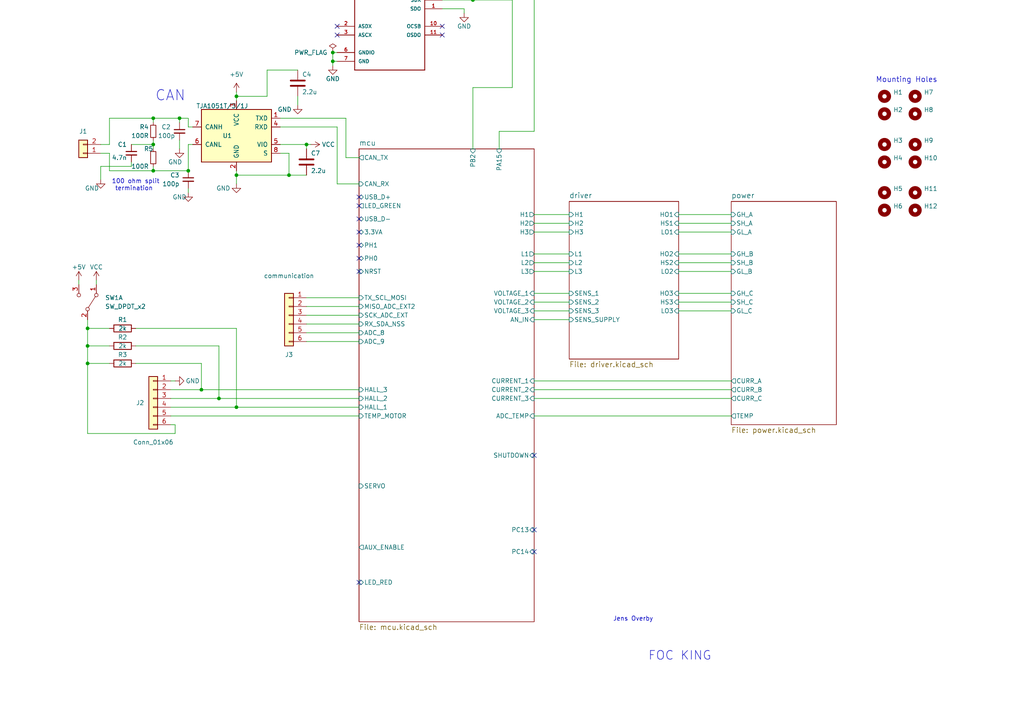
<source format=kicad_sch>
(kicad_sch (version 20211123) (generator eeschema)
  (paper "A4")
  (lib_symbols
    (symbol "BLDC_4-rescue:C-RESCUE-BLDC_4" (pin_numbers hide) (pin_names (offset 0.254))
      (property "Reference" "C" (at 0 2.54 0))
      (property "Value" "C-RESCUE-BLDC_4" (at 0.1524 -2.159 0))
      (symbol "C-RESCUE-BLDC_4_0_1"
        (polyline (pts (xy -2.032 -0.762) (xy 2.032 -0.762)) (stroke (width 0.508)))
        (polyline (pts (xy -2.032 0.762) (xy 2.032 0.762)) (stroke (width 0.508)))
      )
      (symbol "C-RESCUE-BLDC_4_1_1"
        (pin passive line (at 0 5.08 270) (length 4.318) (name "~") (number "1"))
        (pin passive line (at 0 -5.08 90) (length 4.318) (name "~") (number "2"))
      )
    )
    (symbol "BLDC_4-rescue:R-RESCUE-BLDC_4" (pin_numbers hide) (pin_names (offset 0))
      (property "Reference" "R" (at 2.032 0 90))
      (property "Value" "R-RESCUE-BLDC_4" (at 0.1778 0.0254 90))
      (symbol "R-RESCUE-BLDC_4_0_1"
        (rectangle (start -1.016 3.81) (end 1.016 -3.81) (stroke (width 0.3048)))
      )
      (symbol "R-RESCUE-BLDC_4_1_1"
        (pin passive line (at 0 6.35 270) (length 2.54) (name "~") (number "1"))
        (pin passive line (at 0 -6.35 90) (length 2.54) (name "~") (number "2"))
      )
    )
    (symbol "Cheap-FOCer-2-60mm-rescue:BMI160-IMU" (pin_names (offset 1.016))
      (property "Reference" "U" (at -10.16 18.415 0))
      (property "Value" "BMI160-IMU" (at -10.16 -20.32 0))
      (symbol "BMI160-IMU_0_0"
        (polyline (pts (xy -10.16 -17.78) (xy -10.16 17.78)) (stroke (width 0.254)))
        (polyline (pts (xy -10.16 17.78) (xy 10.16 17.78)) (stroke (width 0.254)))
        (polyline (pts (xy 10.16 -17.78) (xy -10.16 -17.78)) (stroke (width 0.254)))
        (polyline (pts (xy 10.16 17.78) (xy 10.16 -17.78)) (stroke (width 0.254)))
        (pin bidirectional line (at -15.24 0 0) (length 5.08) (name "SDO") (number "1"))
        (pin bidirectional line (at -15.24 -5.08 0) (length 5.08) (name "OCSB") (number "10"))
        (pin bidirectional line (at -15.24 -7.62 0) (length 5.08) (name "OSDO") (number "11"))
        (pin input line (at -15.24 7.62 0) (length 5.08) (name "CSB") (number "12"))
        (pin input clock (at -15.24 5.08 0) (length 5.08) (name "SCX") (number "13"))
        (pin bidirectional line (at -15.24 2.54 0) (length 5.08) (name "SDX") (number "14"))
        (pin bidirectional line (at 15.24 -5.08 180) (length 5.08) (name "ASDX") (number "2"))
        (pin output line (at 15.24 -7.62 180) (length 5.08) (name "ASCX") (number "3"))
        (pin bidirectional line (at 15.24 7.62 180) (length 5.08) (name "INT1") (number "4"))
        (pin power_in line (at 15.24 12.7 180) (length 5.08) (name "VDDIO") (number "5"))
        (pin power_in line (at 15.24 -12.7 180) (length 5.08) (name "GNDIO") (number "6"))
        (pin power_in line (at 15.24 -15.24 180) (length 5.08) (name "GND") (number "7"))
        (pin power_in line (at 15.24 15.24 180) (length 5.08) (name "VDD") (number "8"))
        (pin bidirectional line (at 15.24 5.08 180) (length 5.08) (name "INT2") (number "9"))
      )
    )
    (symbol "Connector_Generic:Conn_01x02" (pin_names (offset 1.016) hide)
      (property "Reference" "J" (at 0 2.54 0))
      (property "Value" "Conn_01x02" (at 0 -5.08 0))
      (symbol "Conn_01x02_1_1"
        (rectangle (start -1.27 -2.413) (end 0 -2.667) (stroke (width 0.1524)))
        (rectangle (start -1.27 0.127) (end 0 -0.127) (stroke (width 0.1524)))
        (rectangle (start -1.27 1.27) (end 1.27 -3.81) (stroke (width 0.254)) (fill (type background)))
        (pin passive line (at -5.08 0 0) (length 3.81) (name "Pin_1") (number "1"))
        (pin passive line (at -5.08 -2.54 0) (length 3.81) (name "Pin_2") (number "2"))
      )
    )
    (symbol "Connector_Generic:Conn_01x06" (pin_names (offset 1.016) hide)
      (property "Reference" "J" (at 0 7.62 0))
      (property "Value" "Conn_01x06" (at 0 -10.16 0))
      (symbol "Conn_01x06_1_1"
        (rectangle (start -1.27 -7.493) (end 0 -7.747) (stroke (width 0.1524)))
        (rectangle (start -1.27 -4.953) (end 0 -5.207) (stroke (width 0.1524)))
        (rectangle (start -1.27 -2.413) (end 0 -2.667) (stroke (width 0.1524)))
        (rectangle (start -1.27 0.127) (end 0 -0.127) (stroke (width 0.1524)))
        (rectangle (start -1.27 2.667) (end 0 2.413) (stroke (width 0.1524)))
        (rectangle (start -1.27 5.207) (end 0 4.953) (stroke (width 0.1524)))
        (rectangle (start -1.27 6.35) (end 1.27 -8.89) (stroke (width 0.254)) (fill (type background)))
        (pin passive line (at -5.08 5.08 0) (length 3.81) (name "Pin_1") (number "1"))
        (pin passive line (at -5.08 2.54 0) (length 3.81) (name "Pin_2") (number "2"))
        (pin passive line (at -5.08 0 0) (length 3.81) (name "Pin_3") (number "3"))
        (pin passive line (at -5.08 -2.54 0) (length 3.81) (name "Pin_4") (number "4"))
        (pin passive line (at -5.08 -5.08 0) (length 3.81) (name "Pin_5") (number "5"))
        (pin passive line (at -5.08 -7.62 0) (length 3.81) (name "Pin_6") (number "6"))
      )
    )
    (symbol "Device:C" (pin_numbers hide) (pin_names (offset 0.254))
      (property "Reference" "C" (at 0.635 2.54 0))
      (property "Value" "C" (at 0.635 -2.54 0))
      (symbol "C_0_1"
        (polyline (pts (xy -2.032 -0.762) (xy 2.032 -0.762)) (stroke (width 0.508)))
        (polyline (pts (xy -2.032 0.762) (xy 2.032 0.762)) (stroke (width 0.508)))
      )
      (symbol "C_1_1"
        (pin passive line (at 0 3.81 270) (length 2.794) (name "~") (number "1"))
        (pin passive line (at 0 -3.81 90) (length 2.794) (name "~") (number "2"))
      )
    )
    (symbol "Device:C_Small" (pin_numbers hide) (pin_names (offset 0.254) hide)
      (property "Reference" "C" (at 0.254 1.778 0))
      (property "Value" "C_Small" (at 0.254 -2.032 0))
      (symbol "C_Small_0_1"
        (polyline (pts (xy -1.524 -0.508) (xy 1.524 -0.508)) (stroke (width 0.3302)))
        (polyline (pts (xy -1.524 0.508) (xy 1.524 0.508)) (stroke (width 0.3048)))
      )
      (symbol "C_Small_1_1"
        (pin passive line (at 0 2.54 270) (length 2.032) (name "~") (number "1"))
        (pin passive line (at 0 -2.54 90) (length 2.032) (name "~") (number "2"))
      )
    )
    (symbol "Device:R" (pin_numbers hide) (pin_names (offset 0))
      (property "Reference" "R" (at 2.032 0 90))
      (property "Value" "R" (at 0 0 90))
      (symbol "R_0_1"
        (rectangle (start -1.016 -2.54) (end 1.016 2.54) (stroke (width 0.254)))
      )
      (symbol "R_1_1"
        (pin passive line (at 0 3.81 270) (length 1.27) (name "~") (number "1"))
        (pin passive line (at 0 -3.81 90) (length 1.27) (name "~") (number "2"))
      )
    )
    (symbol "Device:R_Small" (pin_numbers hide) (pin_names (offset 0.254) hide)
      (property "Reference" "R" (at 0.762 0.508 0))
      (property "Value" "R_Small" (at 0.762 -1.016 0))
      (symbol "R_Small_0_1"
        (rectangle (start -0.762 1.778) (end 0.762 -1.778) (stroke (width 0.2032)))
      )
      (symbol "R_Small_1_1"
        (pin passive line (at 0 2.54 270) (length 0.762) (name "~") (number "1"))
        (pin passive line (at 0 -2.54 90) (length 0.762) (name "~") (number "2"))
      )
    )
    (symbol "Interface_CAN_LIN:TJA1051T-3" (pin_names (offset 1.016))
      (property "Reference" "U1" (at 1.27 0 0))
      (property "Value" " TJA1050T/CM,118" (at -3.429 8.636 0))
      (symbol "TJA1051T-3_0_1"
        (rectangle (start -10.16 7.62) (end 10.16 -7.62) (stroke (width 0.254)) (fill (type background)))
      )
      (symbol "TJA1051T-3_1_1"
        (pin input line (at -12.7 5.08 0) (length 2.54) (name "TXD") (number "1"))
        (pin bidirectional line (at 0 -10.16 90) (length 2.54) (name "GND") (number "2"))
        (pin power_in line (at 0 10.16 270) (length 2.54) (name "VCC") (number "3"))
        (pin output line (at -12.7 2.54 0) (length 2.54) (name "RXD") (number "4"))
        (pin power_in line (at -12.7 -2.54 0) (length 2.54) (name "VIO") (number "5"))
        (pin bidirectional line (at 12.7 -2.54 180) (length 2.54) (name "CANL") (number "6"))
        (pin bidirectional line (at 12.7 2.54 180) (length 2.54) (name "CANH") (number "7"))
        (pin input line (at -12.7 -5.08 0) (length 2.54) (name "S") (number "8"))
      )
    )
    (symbol "Mechanical:MountingHole" (pin_names (offset 1.016))
      (property "Reference" "H" (at 0 5.08 0))
      (property "Value" "MountingHole" (at 0 3.175 0))
      (symbol "MountingHole_0_1"
        (circle (center 0 0) (radius 1.27) (stroke (width 1.27)))
      )
    )
    (symbol "Switch:SW_DPDT_x2" (pin_names (offset 0) hide)
      (property "Reference" "SW" (at 0 4.318 0))
      (property "Value" "SW_DPDT_x2" (at 0 -5.08 0))
      (symbol "SW_DPDT_x2_0_0"
        (circle (center -2.032 0) (radius 0.508))
        (circle (center 2.032 -2.54) (radius 0.508))
      )
      (symbol "SW_DPDT_x2_0_1"
        (polyline (pts (xy -1.524 0.254) (xy 1.651 2.286)))
        (circle (center 2.032 2.54) (radius 0.508))
      )
      (symbol "SW_DPDT_x2_1_1"
        (pin passive line (at 5.08 2.54 180) (length 2.54) (name "A") (number "1"))
        (pin passive line (at -5.08 0 0) (length 2.54) (name "B") (number "2"))
        (pin passive line (at 5.08 -2.54 180) (length 2.54) (name "C") (number "3"))
      )
      (symbol "SW_DPDT_x2_2_1"
        (pin passive line (at 5.08 2.54 180) (length 2.54) (name "A") (number "4"))
        (pin passive line (at -5.08 0 0) (length 2.54) (name "B") (number "5"))
        (pin passive line (at 5.08 -2.54 180) (length 2.54) (name "C") (number "6"))
      )
    )
    (symbol "power:+5V" (power) (pin_names (offset 0))
      (property "Value" "+5V" (at 0 3.556 0))
      (symbol "+5V_0_1"
        (polyline (pts (xy -0.762 1.27) (xy 0 2.54)))
        (polyline (pts (xy 0 0) (xy 0 2.54)))
        (polyline (pts (xy 0 2.54) (xy 0.762 1.27)))
      )
      (symbol "+5V_1_1"
        (pin power_in line (at 0 0 90) (length 0) hide (name "+5V") (number "1"))
      )
    )
    (symbol "power:GND" (power) (pin_names (offset 0))
      (property "Value" "GND" (at 0 -3.81 0))
      (symbol "GND_0_1"
        (polyline (pts (xy 0 0) (xy 0 -1.27) (xy 1.27 -1.27) (xy 0 -2.54) (xy -1.27 -1.27) (xy 0 -1.27)))
      )
      (symbol "GND_1_1"
        (pin power_in line (at 0 0 270) (length 0) hide (name "GND") (number "1"))
      )
    )
    (symbol "power:PWR_FLAG" (power) (pin_numbers hide) (pin_names (offset 0) hide)
      (property "Value" "PWR_FLAG" (at 0 3.81 0))
      (symbol "PWR_FLAG_0_0"
        (pin power_out line (at 0 0 90) (length 0) (name "pwr") (number "1"))
      )
      (symbol "PWR_FLAG_0_1"
        (polyline (pts (xy 0 0) (xy 0 1.27) (xy -1.016 1.905) (xy 0 2.54) (xy 1.016 1.905) (xy 0 1.27)))
      )
    )
    (symbol "power:VCC" (power) (pin_names (offset 0))
      (property "Value" "VCC" (at 0 3.81 0))
      (symbol "VCC_0_1"
        (polyline (pts (xy -0.762 1.27) (xy 0 2.54)))
        (polyline (pts (xy 0 0) (xy 0 2.54)))
        (polyline (pts (xy 0 2.54) (xy 0.762 1.27)))
      )
      (symbol "VCC_1_1"
        (pin power_in line (at 0 0 90) (length 0) hide (name "VCC") (number "1"))
      )
    )
  )
  (junction (at 52.07 34.29))
  (junction (at 54.61 49.53))
  (junction (at 83.82 50.8))
  (junction (at 137.16 -19.05))
  (junction (at 25.4 100.33))
  (junction (at 44.45 41.91))
  (junction (at 68.58 27.94))
  (junction (at 137.16 0))
  (junction (at 146.05 -2.54))
  (junction (at 93.98 -10.16))
  (junction (at 44.45 49.53))
  (junction (at 96.52 -12.7))
  (junction (at 96.52 15.24))
  (junction (at 58.42 113.03))
  (junction (at 93.98 -12.7))
  (junction (at 68.58 50.8))
  (junction (at 44.45 34.29))
  (junction (at 96.52 17.78))
  (junction (at 83.82 -11.43))
  (junction (at 25.4 105.41))
  (junction (at 63.5 115.57))
  (junction (at 25.4 95.25))
  (junction (at 68.58 118.11))
  (junction (at 88.9 41.91))
  (no_connect (at 154.94 132.08))
  (no_connect (at 104.14 168.91))
  (no_connect (at 128.27 10.16))
  (no_connect (at 154.94 153.67))
  (no_connect (at 97.79 10.16))
  (no_connect (at 154.94 160.02))
  (no_connect (at 97.79 -2.54))
  (no_connect (at 104.14 63.5))
  (no_connect (at 104.14 57.15))
  (no_connect (at 104.14 59.69))
  (no_connect (at 104.14 74.93))
  (no_connect (at 104.14 67.31))
  (no_connect (at 104.14 71.12))
  (no_connect (at 97.79 -5.08))
  (no_connect (at 97.79 7.62))
  (no_connect (at 104.14 78.74))
  (no_connect (at 128.27 7.62))
  (wire (pts (xy 93.98 -15.24) (xy 93.98 -12.7)))
  (wire (pts (xy 58.42 113.03) (xy 104.14 113.03)))
  (wire (pts (xy 146.05 -19.05) (xy 137.16 -19.05)))
  (wire (pts (xy 96.52 15.24) (xy 96.52 17.78)))
  (wire (pts (xy 165.1 62.23) (xy 154.94 62.23)))
  (wire (pts (xy 25.4 95.25) (xy 31.75 95.25)))
  (wire (pts (xy 81.28 41.91) (xy 88.9 41.91)))
  (wire (pts (xy 63.5 100.33) (xy 63.5 115.57)))
  (wire (pts (xy 128.27 -19.05) (xy 128.27 -5.08)))
  (wire (pts (xy 196.85 90.17) (xy 212.09 90.17)))
  (wire (pts (xy 39.37 95.25) (xy 68.58 95.25)))
  (wire (pts (xy 29.21 41.91) (xy 31.75 41.91)))
  (wire (pts (xy 54.61 41.91) (xy 54.61 49.53)))
  (wire (pts (xy 31.75 44.45) (xy 31.75 49.53)))
  (wire (pts (xy 146.05 -2.54) (xy 146.05 -5.08)))
  (wire (pts (xy 154.94 -2.54) (xy 146.05 -2.54)))
  (wire (pts (xy 97.79 36.83) (xy 97.79 53.34)))
  (wire (pts (xy 80.01 -11.43) (xy 80.01 -8.89)))
  (wire (pts (xy 165.1 64.77) (xy 154.94 64.77)))
  (wire (pts (xy 154.94 115.57) (xy 212.09 115.57)))
  (wire (pts (xy 212.09 87.63) (xy 196.85 87.63)))
  (wire (pts (xy 146.05 -17.78) (xy 146.05 -19.05)))
  (wire (pts (xy 77.47 20.32) (xy 77.47 27.94)))
  (wire (pts (xy 44.45 34.29) (xy 44.45 35.56)))
  (wire (pts (xy 39.37 100.33) (xy 63.5 100.33)))
  (wire (pts (xy 86.36 27.94) (xy 86.36 30.48)))
  (wire (pts (xy 88.9 43.18) (xy 88.9 41.91)))
  (wire (pts (xy 39.37 105.41) (xy 58.42 105.41)))
  (wire (pts (xy 50.8 123.19) (xy 50.8 125.73)))
  (wire (pts (xy 154.94 113.03) (xy 212.09 113.03)))
  (wire (pts (xy 137.16 -19.05) (xy 137.16 -21.59)))
  (wire (pts (xy 154.94 78.74) (xy 165.1 78.74)))
  (wire (pts (xy 96.52 17.78) (xy 97.79 17.78)))
  (wire (pts (xy 81.28 36.83) (xy 97.79 36.83)))
  (wire (pts (xy 31.75 34.29) (xy 31.75 41.91)))
  (wire (pts (xy 148.59 25.4) (xy 148.59 0)))
  (wire (pts (xy 137.16 -5.08) (xy 137.16 0)))
  (wire (pts (xy 154.94 92.71) (xy 165.1 92.71)))
  (wire (pts (xy 58.42 105.41) (xy 58.42 113.03)))
  (wire (pts (xy 88.9 93.98) (xy 104.14 93.98)))
  (wire (pts (xy 165.1 90.17) (xy 154.94 90.17)))
  (wire (pts (xy 25.4 105.41) (xy 31.75 105.41)))
  (wire (pts (xy 88.9 96.52) (xy 104.14 96.52)))
  (wire (pts (xy 68.58 50.8) (xy 68.58 53.34)))
  (wire (pts (xy 137.16 25.4) (xy 148.59 25.4)))
  (wire (pts (xy 52.07 40.64) (xy 52.07 43.18)))
  (wire (pts (xy 68.58 27.94) (xy 68.58 29.21)))
  (wire (pts (xy 54.61 49.53) (xy 44.45 49.53)))
  (wire (pts (xy 68.58 95.25) (xy 68.58 118.11)))
  (wire (pts (xy 31.75 49.53) (xy 44.45 49.53)))
  (wire (pts (xy 49.53 113.03) (xy 58.42 113.03)))
  (wire (pts (xy 97.79 -10.16) (xy 93.98 -10.16)))
  (wire (pts (xy 137.16 43.18) (xy 137.16 25.4)))
  (wire (pts (xy 212.09 73.66) (xy 196.85 73.66)))
  (wire (pts (xy 49.53 115.57) (xy 63.5 115.57)))
  (wire (pts (xy 81.28 34.29) (xy 100.33 34.29)))
  (wire (pts (xy 97.79 -12.7) (xy 96.52 -12.7)))
  (wire (pts (xy 128.27 2.54) (xy 134.62 2.54)))
  (wire (pts (xy 88.9 99.06) (xy 104.14 99.06)))
  (wire (pts (xy 154.94 76.2) (xy 165.1 76.2)))
  (wire (pts (xy 44.45 49.53) (xy 44.45 48.26)))
  (wire (pts (xy 137.16 -17.78) (xy 137.16 -19.05)))
  (wire (pts (xy 196.85 67.31) (xy 212.09 67.31)))
  (wire (pts (xy 52.07 34.29) (xy 54.61 34.29)))
  (wire (pts (xy 83.82 -11.43) (xy 83.82 -7.62)))
  (wire (pts (xy 55.88 41.91) (xy 54.61 41.91)))
  (wire (pts (xy 83.82 -15.24) (xy 83.82 -11.43)))
  (wire (pts (xy 212.09 64.77) (xy 196.85 64.77)))
  (wire (pts (xy 25.4 92.71) (xy 25.4 95.25)))
  (wire (pts (xy 212.09 78.74) (xy 196.85 78.74)))
  (wire (pts (xy 77.47 27.94) (xy 68.58 27.94)))
  (wire (pts (xy 49.53 120.65) (xy 104.14 120.65)))
  (wire (pts (xy 83.82 50.8) (xy 88.9 50.8)))
  (wire (pts (xy 44.45 40.64) (xy 44.45 41.91)))
  (wire (pts (xy 134.62 2.54) (xy 134.62 3.81)))
  (wire (pts (xy 44.45 34.29) (xy 52.07 34.29)))
  (wire (pts (xy 88.9 91.44) (xy 104.14 91.44)))
  (wire (pts (xy 22.86 81.28) (xy 22.86 82.55)))
  (wire (pts (xy 55.88 36.83) (xy 54.61 36.83)))
  (wire (pts (xy 88.9 88.9) (xy 104.14 88.9)))
  (wire (pts (xy 38.1 41.91) (xy 44.45 41.91)))
  (wire (pts (xy 90.17 41.91) (xy 88.9 41.91)))
  (wire (pts (xy 196.85 85.09) (xy 212.09 85.09)))
  (wire (pts (xy 154.94 110.49) (xy 212.09 110.49)))
  (wire (pts (xy 50.8 125.73) (xy 25.4 125.73)))
  (wire (pts (xy 96.52 -15.24) (xy 96.52 -12.7)))
  (wire (pts (xy 86.36 20.32) (xy 77.47 20.32)))
  (wire (pts (xy 54.61 34.29) (xy 54.61 36.83)))
  (wire (pts (xy 154.94 73.66) (xy 165.1 73.66)))
  (wire (pts (xy 27.94 81.28) (xy 27.94 82.55)))
  (wire (pts (xy 144.78 38.1) (xy 154.94 38.1)))
  (wire (pts (xy 25.4 100.33) (xy 25.4 95.25)))
  (wire (pts (xy 38.1 46.99) (xy 38.1 48.26)))
  (wire (pts (xy 68.58 118.11) (xy 49.53 118.11)))
  (wire (pts (xy 52.07 34.29) (xy 52.07 35.56)))
  (wire (pts (xy 29.21 48.26) (xy 29.21 52.07)))
  (wire (pts (xy 165.1 67.31) (xy 154.94 67.31)))
  (wire (pts (xy 196.85 62.23) (xy 212.09 62.23)))
  (wire (pts (xy 100.33 34.29) (xy 100.33 45.72)))
  (wire (pts (xy 25.4 125.73) (xy 25.4 105.41)))
  (wire (pts (xy 31.75 34.29) (xy 44.45 34.29)))
  (wire (pts (xy 68.58 118.11) (xy 104.14 118.11)))
  (wire (pts (xy 54.61 54.61) (xy 54.61 55.88)))
  (wire (pts (xy 49.53 123.19) (xy 50.8 123.19)))
  (wire (pts (xy 29.21 48.26) (xy 38.1 48.26)))
  (wire (pts (xy 93.98 -12.7) (xy 93.98 -10.16)))
  (wire (pts (xy 63.5 115.57) (xy 104.14 115.57)))
  (wire (pts (xy 83.82 50.8) (xy 83.82 44.45)))
  (wire (pts (xy 154.94 38.1) (xy 154.94 -2.54)))
  (wire (pts (xy 83.82 -11.43) (xy 80.01 -11.43)))
  (wire (pts (xy 100.33 45.72) (xy 104.14 45.72)))
  (wire (pts (xy 96.52 -12.7) (xy 93.98 -12.7)))
  (wire (pts (xy 97.79 53.34) (xy 104.14 53.34)))
  (wire (pts (xy 68.58 26.67) (xy 68.58 27.94)))
  (wire (pts (xy 137.16 0) (xy 128.27 0)))
  (wire (pts (xy 144.78 43.18) (xy 144.78 38.1)))
  (wire (pts (xy 25.4 105.41) (xy 25.4 100.33)))
  (wire (pts (xy 49.53 110.49) (xy 50.8 110.49)))
  (wire (pts (xy 196.85 76.2) (xy 212.09 76.2)))
  (wire (pts (xy 154.94 87.63) (xy 165.1 87.63)))
  (wire (pts (xy 96.52 17.78) (xy 96.52 19.05)))
  (wire (pts (xy 137.16 -19.05) (xy 128.27 -19.05)))
  (wire (pts (xy 93.98 -10.16) (xy 93.98 -7.62)))
  (wire (pts (xy 68.58 49.53) (xy 68.58 50.8)))
  (wire (pts (xy 68.58 50.8) (xy 83.82 50.8)))
  (wire (pts (xy 148.59 0) (xy 137.16 0)))
  (wire (pts (xy 29.21 44.45) (xy 31.75 44.45)))
  (wire (pts (xy 44.45 41.91) (xy 44.45 43.18)))
  (wire (pts (xy 25.4 100.33) (xy 31.75 100.33)))
  (wire (pts (xy 128.27 -2.54) (xy 146.05 -2.54)))
  (wire (pts (xy 154.94 120.65) (xy 212.09 120.65)))
  (wire (pts (xy 83.82 44.45) (xy 81.28 44.45)))
  (wire (pts (xy 88.9 86.36) (xy 104.14 86.36)))
  (wire (pts (xy 97.79 15.24) (xy 96.52 15.24)))
  (wire (pts (xy 165.1 85.09) (xy 154.94 85.09)))
  (text "100 ohm split\n termination" (at 32.385 55.499 0) (effects (font (size 1.27 1.27)) (justify left bottom)))
  (text "CAN" (at 44.958 29.591 0) (effects (font (size 2.9972 2.9972)) (justify left bottom)))
  (text "FOC KING" (at 187.96 191.77 0) (effects (font (size 2.54 2.54)) (justify left bottom)))
  (text "Mounting Holes" (at 254 24.13 0) (effects (font (size 1.524 1.524)) (justify left bottom)))
  (text "Jens Overby" (at 177.8 180.34 0) (effects (font (size 1.27 1.27)) (justify left bottom)))
  (symbol (lib_id "Mechanical:MountingHole") (at 256.54 41.91 0) (unit 1)
    (property "Reference" "H3" (at 259.08 40.7416 0) (effects (justify left)))
    (property "Value" "MountingHole" (effects hide))
    (property "Footprint" "MountingHole:MountingHole_3.2mm_M3" (effects hide))
  )
  (symbol (lib_id "Connector_Generic:Conn_01x06") (at 44.45 115.57 0) (mirror y) (unit 1)
    (property "Reference" "J2" (at 40.64 116.84 0))
    (property "Value" "Conn_01x06" (at 44.45 128.27 0))
    (property "Footprint" "Connector_JST:JST_PH_B6B-PH-K_1x06_P2.00mm_Vertical" (effects hide))
  )
  (symbol (lib_id "BLDC_4-rescue:R-RESCUE-BLDC_4") (at 146.05 -11.43 0) (mirror y) (unit 1)
    (property "Reference" "R7" (at 148.59 -11.43 90))
    (property "Value" "1k" (at 146.05 -11.43 90))
    (property "Footprint" "Resistor_SMD:R_0603_1608Metric" (effects hide))
    (property "LCSC" "C21190" (effects hide))
  )
  (symbol (lib_id "Mechanical:MountingHole") (at 265.43 60.96 0) (unit 1)
    (property "Reference" "H12" (at 267.97 59.7916 0) (effects (justify left)))
    (property "Value" "MountingHole" (effects hide))
    (property "Footprint" "MountingHole:MountingHole_3.2mm_M3" (effects hide))
  )
  (symbol (lib_id "Device:C_Small") (at 52.07 38.1 0) (mirror y) (unit 1)
    (property "Reference" "C2" (at 49.53 36.83 0) (effects (justify left)))
    (property "Value" "100p" (at 50.8 39.37 0) (effects (justify left)))
    (property "Footprint" "Capacitor_SMD:C_0603_1608Metric" (effects hide))
    (property "LCSC" "C14858" (effects hide))
  )
  (symbol (lib_id "power:GND") (at 50.8 110.49 90) (mirror x) (unit 1)
    (property "Reference" "#PWR04" (effects hide))
    (property "Value" "GND" (at 55.88 110.49 90))
  )
  (symbol (lib_id "Device:R") (at 35.56 95.25 90) (unit 1)
    (property "Reference" "R1" (at 35.56 92.71 90))
    (property "Value" "2k" (at 35.56 95.25 90))
    (property "Footprint" "Resistor_SMD:R_0603_1608Metric" (effects hide))
    (property "LCSC" "C22975" (effects hide))
  )
  (symbol (lib_id "Connector_Generic:Conn_01x02") (at 24.13 44.45 180) (unit 1)
    (property "Reference" "J1" (at 24.13 38.1 0))
    (property "Value" "Conn_01x02_Male" (effects hide))
    (property "Footprint" "Connector_JST:JST_PH_B2B-PH-K_1x02_P2.00mm_Vertical" (effects hide))
    (property "DNP" "YES" (effects hide))
  )
  (symbol (lib_id "Mechanical:MountingHole") (at 265.43 41.91 0) (unit 1)
    (property "Reference" "H9" (at 267.97 40.7416 0) (effects (justify left)))
    (property "Value" "MountingHole" (effects hide))
    (property "Footprint" "MountingHole:MountingHole_3.2mm_M3" (effects hide))
  )
  (symbol (lib_id "power:VCC") (at 137.16 -21.59 0) (mirror y) (unit 1)
    (property "Reference" "#PWR015" (effects hide))
    (property "Value" "VCC" (at 137.16 -25.4 0))
  )
  (symbol (lib_id "BLDC_4-rescue:R-RESCUE-BLDC_4") (at 137.16 -11.43 0) (mirror x) (unit 1)
    (property "Reference" "R6" (at 139.7 -11.43 90))
    (property "Value" "1k" (at 137.16 -11.43 90))
    (property "Footprint" "Resistor_SMD:R_0603_1608Metric" (effects hide))
    (property "LCSC" "C21190" (effects hide))
  )
  (symbol (lib_id "power:GND") (at 52.07 43.18 0) (unit 1)
    (property "Reference" "#PWR05" (effects hide))
    (property "Value" "GND" (at 50.8 46.99 0))
  )
  (symbol (lib_id "Device:R") (at 35.56 100.33 90) (unit 1)
    (property "Reference" "R2" (at 35.56 97.79 90))
    (property "Value" "2k" (at 35.56 100.33 90))
    (property "Footprint" "Resistor_SMD:R_0603_1608Metric" (effects hide))
    (property "LCSC" "C22975" (effects hide))
  )
  (symbol (lib_id "power:PWR_FLAG") (at 96.52 15.24 0) (unit 1)
    (property "Reference" "#FLG01" (effects hide))
    (property "Value" "PWR_FLAG" (at 90.17 15.24 0))
  )
  (symbol (lib_id "BLDC_4-rescue:C-RESCUE-BLDC_4") (at 88.9 -15.24 90) (mirror x) (unit 1)
    (property "Reference" "C5" (at 87.63 -16.51 90) (effects (justify left)))
    (property "Value" "100n" (at 91.44 -19.05 90) (effects (justify left)))
    (property "Footprint" "Capacitor_SMD:C_0603_1608Metric" (effects hide))
    (property "LCSC" "C14663" (effects hide))
  )
  (symbol (lib_id "BLDC_4-rescue:C-RESCUE-BLDC_4") (at 88.9 -7.62 90) (mirror x) (unit 1)
    (property "Reference" "C6" (at 87.63 -6.35 90) (effects (justify left)))
    (property "Value" "100n" (at 91.44 -3.81 90) (effects (justify left)))
    (property "Footprint" "Capacitor_SMD:C_0603_1608Metric" (effects hide))
    (property "LCSC" "C14663" (effects hide))
  )
  (symbol (lib_id "Device:R_Small") (at 44.45 45.72 0) (mirror x) (unit 1)
    (property "Reference" "R5" (at 44.45 43.18 0) (effects (justify right)))
    (property "Value" "100R" (at 43.18 48.26 0) (effects (justify right)))
    (property "Footprint" "Resistor_SMD:R_0603_1608Metric" (effects hide))
    (property "LCSC" "C22775" (effects hide))
  )
  (symbol (lib_id "Mechanical:MountingHole") (at 256.54 60.96 0) (unit 1)
    (property "Reference" "H6" (at 259.08 59.7916 0) (effects (justify left)))
    (property "Value" "MountingHole" (effects hide))
    (property "Footprint" "MountingHole:MountingHole_3.2mm_M3" (effects hide))
  )
  (symbol (lib_id "Interface_CAN_LIN:TJA1051T-3") (at 68.58 39.37 0) (mirror y) (unit 1)
    (property "Reference" "U1" (at 67.31 39.37 0) (effects (justify left)))
    (property "Value" "TJA1051T/3/1J" (at 72.009 30.734 0) (effects (justify left)))
    (property "Footprint" "Package_SO:SOIC-8_3.9x4.9mm_P1.27mm" (effects hide))
    (property "LCSC" "C38695" (effects hide))
  )
  (symbol (lib_id "power:+5V") (at 22.86 81.28 0) (unit 1)
    (property "Reference" "#PWR01" (effects hide))
    (property "Value" "+5V" (at 22.86 77.47 0))
  )
  (symbol (lib_id "power:+5V") (at 68.58 26.67 0) (unit 1)
    (property "Reference" "#PWR07" (effects hide))
    (property "Value" "+5V" (at 68.58 21.59 0))
  )
  (symbol (lib_id "Device:R_Small") (at 44.45 38.1 0) (mirror x) (unit 1)
    (property "Reference" "R4" (at 43.18 36.83 0) (effects (justify right)))
    (property "Value" "100R" (at 43.18 39.37 0) (effects (justify right)))
    (property "Footprint" "Resistor_SMD:R_0603_1608Metric" (effects hide))
    (property "LCSC" "C22775" (effects hide))
  )
  (symbol (lib_id "Mechanical:MountingHole") (at 265.43 27.94 0) (unit 1)
    (property "Reference" "H7" (at 267.97 26.7716 0) (effects (justify left)))
    (property "Value" "MountingHole" (effects hide))
    (property "Footprint" "MountingHole:MountingHole_3.2mm_M3" (effects hide))
  )
  (symbol (lib_id "power:VCC") (at 90.17 41.91 270) (mirror x) (unit 1)
    (property "Reference" "#PWR011" (effects hide))
    (property "Value" "VCC" (at 95.25 41.91 90))
  )
  (symbol (lib_id "Mechanical:MountingHole") (at 256.54 33.02 0) (unit 1)
    (property "Reference" "H2" (at 259.08 31.8516 0) (effects (justify left)))
    (property "Value" "MountingHole" (effects hide))
    (property "Footprint" "MountingHole:MountingHole_3.2mm_M3" (effects hide))
  )
  (symbol (lib_id "Mechanical:MountingHole") (at 256.54 27.94 0) (unit 1)
    (property "Reference" "H1" (at 259.08 26.7716 0) (effects (justify left)))
    (property "Value" "MountingHole" (effects hide))
    (property "Footprint" "MountingHole:MountingHole_3.2mm_M3" (effects hide))
  )
  (symbol (lib_id "Connector_Generic:Conn_01x06") (at 83.82 91.44 0) (mirror y) (unit 1)
    (property "Reference" "J3" (at 83.82 102.87 0))
    (property "Value" "communication" (at 83.82 80.01 0))
    (property "Footprint" "Connector_JST:JST_XH_B6B-XH-A_1x06_P2.50mm_Vertical" (effects hide))
  )
  (symbol (lib_id "Device:C_Small") (at 38.1 44.45 0) (mirror y) (unit 1)
    (property "Reference" "C1" (at 36.83 41.91 0) (effects (justify left)))
    (property "Value" "4.7n" (at 36.83 45.72 0) (effects (justify left)))
    (property "Footprint" "Capacitor_SMD:C_0603_1608Metric" (effects hide))
    (property "Datasheet" "https://datasheet.lcsc.com/lcsc/1811031110_FH--Guangdong-Fenghua-Advanced-Tech-0402B472K500NT_C1538.pdf" (effects hide))
    (property "LCSC" "C53987" (effects hide))
  )
  (symbol (lib_id "power:GND") (at 68.58 53.34 0) (unit 1)
    (property "Reference" "#PWR08" (effects hide))
    (property "Value" "GND" (at 64.77 54.61 0))
  )
  (symbol (lib_id "Cheap-FOCer-2-60mm-rescue:BMI160-IMU") (at 113.03 2.54 0) (mirror y) (unit 1)
    (property "Reference" "U2" (at 113.03 -19.4818 0))
    (property "Value" "BMI160" (at 113.03 -17.1704 0))
    (property "Footprint" "Package_LGA:Bosch_LGA-14_3x2.5mm_P0.5mm" (effects hide))
    (property "Field4" "Bosch" (effects hide))
    (property "Field5" "Unavailable" (effects hide))
    (property "Field6" "LGA-14 Bosch" (effects hide))
    (property "Field7" "None" (effects hide))
    (property "Field8" "BMI160" (effects hide))
    (property "LCSC" "C94021" (effects hide))
  )
  (symbol (lib_id "power:GND") (at 86.36 30.48 0) (unit 1)
    (property "Reference" "#PWR010" (effects hide))
    (property "Value" "GND" (at 82.55 31.75 0))
  )
  (symbol (lib_id "Mechanical:MountingHole") (at 265.43 33.02 0) (unit 1)
    (property "Reference" "H8" (at 267.97 31.8516 0) (effects (justify left)))
    (property "Value" "MountingHole" (effects hide))
    (property "Footprint" "MountingHole:MountingHole_3.2mm_M3" (effects hide))
  )
  (symbol (lib_id "power:VCC") (at 96.52 -15.24 0) (mirror y) (unit 1)
    (property "Reference" "#PWR012" (effects hide))
    (property "Value" "VCC" (at 96.52 -19.05 0))
  )
  (symbol (lib_id "power:GND") (at 54.61 55.88 0) (unit 1)
    (property "Reference" "#PWR06" (effects hide))
    (property "Value" "GND" (at 52.07 57.15 0))
  )
  (symbol (lib_id "Device:R") (at 35.56 105.41 90) (unit 1)
    (property "Reference" "R3" (at 35.56 102.87 90))
    (property "Value" "2k" (at 35.56 105.41 90))
    (property "Footprint" "Resistor_SMD:R_0603_1608Metric" (effects hide))
    (property "LCSC" "C22975" (effects hide))
  )
  (symbol (lib_id "power:GND") (at 29.21 52.07 0) (mirror y) (unit 1)
    (property "Reference" "#PWR03" (effects hide))
    (property "Value" "GND" (at 26.67 54.61 0))
  )
  (symbol (lib_id "Mechanical:MountingHole") (at 265.43 55.88 0) (unit 1)
    (property "Reference" "H11" (at 267.97 54.7116 0) (effects (justify left)))
    (property "Value" "MountingHole" (effects hide))
    (property "Footprint" "MountingHole:MountingHole_3.2mm_M3" (effects hide))
  )
  (symbol (lib_id "Device:C") (at 86.36 24.13 0) (unit 1)
    (property "Reference" "C4" (at 87.63 21.59 0) (effects (justify left)))
    (property "Value" "2.2u" (at 87.63 26.67 0) (effects (justify left)))
    (property "Footprint" "Capacitor_SMD:C_0603_1608Metric" (effects hide))
    (property "LCSC" "C23630" (effects hide))
  )
  (symbol (lib_id "Device:C_Small") (at 54.61 52.07 0) (mirror y) (unit 1)
    (property "Reference" "C3" (at 52.07 50.8 0) (effects (justify left)))
    (property "Value" "100p" (at 52.07 53.34 0) (effects (justify left)))
    (property "Footprint" "Capacitor_SMD:C_0603_1608Metric" (effects hide))
    (property "LCSC" "C14858" (effects hide))
  )
  (symbol (lib_id "power:GND") (at 134.62 3.81 0) (mirror y) (unit 1)
    (property "Reference" "#PWR014" (effects hide))
    (property "Value" "GND" (at 134.62 7.62 0))
  )
  (symbol (lib_id "Switch:SW_DPDT_x2") (at 25.4 87.63 270) (mirror x) (unit 1)
    (property "Reference" "SW1" (at 30.48 86.3599 90) (effects (justify left)))
    (property "Value" "SW_DPDT_x2" (at 30.48 88.8999 90) (effects (justify left)))
    (property "Footprint" "Jumper:SolderJumper-3_P1.3mm_Bridged2Bar12_Pad1.0x1.5mm" (effects hide))
  )
  (symbol (lib_id "Mechanical:MountingHole") (at 265.43 46.99 0) (unit 1)
    (property "Reference" "H10" (at 267.97 45.8216 0) (effects (justify left)))
    (property "Value" "MountingHole" (effects hide))
    (property "Footprint" "MountingHole:MountingHole_3.2mm_M3" (effects hide))
  )
  (symbol (lib_id "Mechanical:MountingHole") (at 256.54 46.99 0) (unit 1)
    (property "Reference" "H4" (at 259.08 45.8216 0) (effects (justify left)))
    (property "Value" "MountingHole" (effects hide))
    (property "Footprint" "MountingHole:MountingHole_3.2mm_M3" (effects hide))
  )
  (symbol (lib_id "power:VCC") (at 27.94 81.28 0) (mirror y) (unit 1)
    (property "Reference" "#PWR02" (effects hide))
    (property "Value" "VCC" (at 27.94 77.47 0))
  )
  (symbol (lib_id "power:GND") (at 96.52 19.05 0) (mirror y) (unit 1)
    (property "Reference" "#PWR013" (effects hide))
    (property "Value" "GND" (at 96.52 22.86 0))
  )
  (symbol (lib_id "power:GND") (at 80.01 -8.89 0) (mirror y) (unit 1)
    (property "Reference" "#PWR09" (effects hide))
    (property "Value" "GND" (at 80.01 -5.08 0))
  )
  (symbol (lib_id "Mechanical:MountingHole") (at 256.54 55.88 0) (unit 1)
    (property "Reference" "H5" (at 259.08 54.7116 0) (effects (justify left)))
    (property "Value" "MountingHole" (effects hide))
    (property "Footprint" "MountingHole:MountingHole_3.2mm_M3" (effects hide))
  )
  (symbol (lib_id "Device:C") (at 88.9 46.99 0) (unit 1)
    (property "Reference" "C7" (at 90.17 44.45 0) (effects (justify left)))
    (property "Value" "2.2u" (at 90.17 49.53 0) (effects (justify left)))
    (property "Footprint" "Capacitor_SMD:C_0603_1608Metric" (effects hide))
    (property "LCSC" "C23630" (effects hide))
  )
  (sheet (at 104.14 43.18) (size 50.8 137.16)
    (property "Sheet name" "mcu" (at 104.14 42.3414 0) (effects (font (size 1.524 1.524)) (justify left bottom)))
    (property "Sheet file" "mcu.kicad_sch" (at 104.14 181.0262 0) (effects (font (size 1.524 1.524)) (justify left top)))
    (pin "HALL_1" input (at 104.14 118.11 180))
    (pin "HALL_2" input (at 104.14 115.57 180))
    (pin "HALL_3" input (at 104.14 113.03 180))
    (pin "L3" output (at 154.94 78.74 0))
    (pin "L2" output (at 154.94 76.2 0))
    (pin "L1" output (at 154.94 73.66 0))
    (pin "AN_IN" input (at 154.94 92.71 0))
    (pin "H3" output (at 154.94 67.31 0))
    (pin "H2" output (at 154.94 64.77 0))
    (pin "H1" output (at 154.94 62.23 0))
    (pin "VOLTAGE_3" input (at 154.94 90.17 0))
    (pin "VOLTAGE_2" input (at 154.94 87.63 0))
    (pin "VOLTAGE_1" input (at 154.94 85.09 0))
    (pin "SERVO" input (at 104.14 140.97 180))
    (pin "ADC_TEMP" input (at 154.94 120.65 0))
    (pin "CURRENT_1" input (at 154.94 110.49 0))
    (pin "CURRENT_2" input (at 154.94 113.03 0))
    (pin "CURRENT_3" input (at 154.94 115.57 0))
    (pin "CAN_TX" output (at 104.14 45.72 180))
    (pin "LED_RED" input (at 104.14 168.91 180))
    (pin "CAN_RX" input (at 104.14 53.34 180))
    (pin "USB_D+" bidirectional (at 104.14 57.15 180))
    (pin "LED_GREEN" output (at 104.14 59.69 180))
    (pin "USB_D-" bidirectional (at 104.14 63.5 180))
    (pin "3.3VA" bidirectional (at 104.14 67.31 180))
    (pin "PH1" bidirectional (at 104.14 71.12 180))
    (pin "PH0" bidirectional (at 104.14 74.93 180))
    (pin "NRST" input (at 104.14 78.74 180))
    (pin "PA15" input (at 144.78 43.18 90))
    (pin "PB2" input (at 137.16 43.18 90))
    (pin "AUX_ENABLE" output (at 104.14 158.75 180))
    (pin "TEMP_MOTOR" input (at 104.14 120.65 180))
    (pin "SCK_ADC_EXT" input (at 104.14 91.44 180))
    (pin "RX_SDA_NSS" input (at 104.14 93.98 180))
    (pin "MISO_ADC_EXT2" input (at 104.14 88.9 180))
    (pin "PC13" input (at 154.94 153.67 0))
    (pin "PC14" input (at 154.94 160.02 0))
    (pin "ADC_8" input (at 104.14 96.52 180))
    (pin "ADC_9" input (at 104.14 99.06 180))
    (pin "TX_SCL_MOSI" input (at 104.14 86.36 180))
    (pin "SHUTDOWN" input (at 154.94 132.08 0))
  )
  (sheet (at 165.1 58.42) (size 31.75 45.72)
    (property "Sheet name" "driver" (at 165.1 57.5814 0) (effects (font (size 1.524 1.524)) (justify left bottom)))
    (property "Sheet file" "driver.kicad_sch" (at 165.1 104.8262 0) (effects (font (size 1.524 1.524)) (justify left top)))
    (pin "SENS_SUPPLY" input (at 165.1 92.71 180))
    (pin "H1" input (at 165.1 62.23 180))
    (pin "L1" input (at 165.1 73.66 180))
    (pin "H2" input (at 165.1 64.77 180))
    (pin "L2" input (at 165.1 76.2 180))
    (pin "H3" input (at 165.1 67.31 180))
    (pin "L3" input (at 165.1 78.74 180))
    (pin "SENS_1" input (at 165.1 85.09 180))
    (pin "SENS_2" input (at 165.1 87.63 180))
    (pin "SENS_3" input (at 165.1 90.17 180))
    (pin "HO1" input (at 196.85 62.23 0))
    (pin "HS1" input (at 196.85 64.77 0))
    (pin "LO1" input (at 196.85 67.31 0))
    (pin "HO2" input (at 196.85 73.66 0))
    (pin "HS2" input (at 196.85 76.2 0))
    (pin "LO2" input (at 196.85 78.74 0))
    (pin "HO3" input (at 196.85 85.09 0))
    (pin "HS3" input (at 196.85 87.63 0))
    (pin "LO3" input (at 196.85 90.17 0))
  )
  (sheet (at 212.09 58.42) (size 30.48 64.77)
    (property "Sheet name" "power" (at 212.09 57.5814 0) (effects (font (size 1.524 1.524)) (justify left bottom)))
    (property "Sheet file" "power.kicad_sch" (at 212.09 123.8762 0) (effects (font (size 1.524 1.524)) (justify left top)))
    (pin "GH_A" input (at 212.09 62.23 180))
    (pin "SH_A" input (at 212.09 64.77 180))
    (pin "GH_C" input (at 212.09 85.09 180))
    (pin "GL_A" input (at 212.09 67.31 180))
    (pin "GH_B" input (at 212.09 73.66 180))
    (pin "SH_C" input (at 212.09 87.63 180))
    (pin "GL_C" input (at 212.09 90.17 180))
    (pin "SH_B" input (at 212.09 76.2 180))
    (pin "GL_B" input (at 212.09 78.74 180))
    (pin "CURR_B" output (at 212.09 113.03 180))
    (pin "CURR_A" output (at 212.09 110.49 180))
    (pin "CURR_C" output (at 212.09 115.57 180))
    (pin "TEMP" output (at 212.09 120.65 180))
  )
)
</source>
